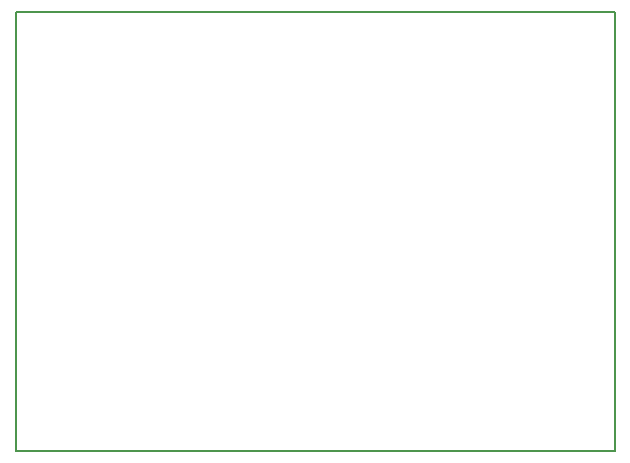
<source format=gbr>
G04 #@! TF.GenerationSoftware,KiCad,Pcbnew,(5.0.1)-3*
G04 #@! TF.CreationDate,2019-05-27T15:52:33-04:00*
G04 #@! TF.ProjectId,mars-aqua-adapter,6D6172732D617175612D616461707465,rev?*
G04 #@! TF.SameCoordinates,Original*
G04 #@! TF.FileFunction,Profile,NP*
%FSLAX46Y46*%
G04 Gerber Fmt 4.6, Leading zero omitted, Abs format (unit mm)*
G04 Created by KiCad (PCBNEW (5.0.1)-3) date 5/27/2019 3:52:33 PM*
%MOMM*%
%LPD*%
G01*
G04 APERTURE LIST*
%ADD10C,0.150000*%
G04 APERTURE END LIST*
D10*
X106768900Y-76500000D02*
X157459680Y-76500000D01*
X106766360Y-113700560D02*
X106766360Y-76502260D01*
X157459680Y-113700560D02*
X106766360Y-113700560D01*
X157459680Y-76499720D02*
X157459680Y-113700560D01*
M02*

</source>
